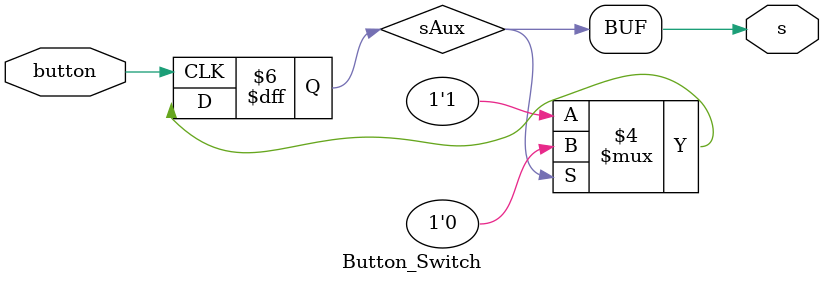
<source format=sv>
module Button_Switch(input button, output s);

    logic sAux = 1'b0;

    always_ff @(posedge button) begin
        if(sAux)
            sAux= 1'b0;
        else
            sAux = 1'b1;
    end

    assign s = sAux;

endmodule

</source>
